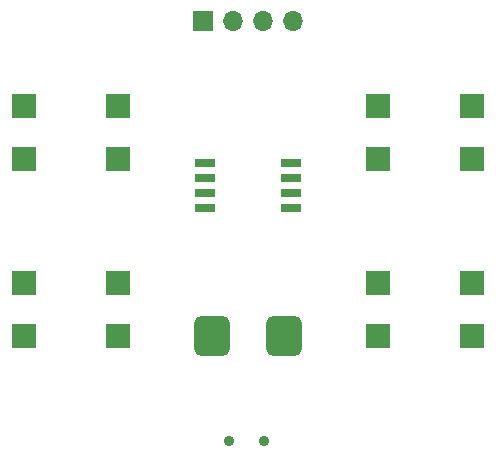
<source format=gbr>
%TF.GenerationSoftware,KiCad,Pcbnew,8.0.3*%
%TF.CreationDate,2024-08-18T16:24:04+10:00*%
%TF.ProjectId,tetris_03,74657472-6973-45f3-9033-2e6b69636164,rev?*%
%TF.SameCoordinates,Original*%
%TF.FileFunction,Soldermask,Top*%
%TF.FilePolarity,Negative*%
%FSLAX46Y46*%
G04 Gerber Fmt 4.6, Leading zero omitted, Abs format (unit mm)*
G04 Created by KiCad (PCBNEW 8.0.3) date 2024-08-18 16:24:04*
%MOMM*%
%LPD*%
G01*
G04 APERTURE LIST*
G04 Aperture macros list*
%AMRoundRect*
0 Rectangle with rounded corners*
0 $1 Rounding radius*
0 $2 $3 $4 $5 $6 $7 $8 $9 X,Y pos of 4 corners*
0 Add a 4 corners polygon primitive as box body*
4,1,4,$2,$3,$4,$5,$6,$7,$8,$9,$2,$3,0*
0 Add four circle primitives for the rounded corners*
1,1,$1+$1,$2,$3*
1,1,$1+$1,$4,$5*
1,1,$1+$1,$6,$7*
1,1,$1+$1,$8,$9*
0 Add four rect primitives between the rounded corners*
20,1,$1+$1,$2,$3,$4,$5,0*
20,1,$1+$1,$4,$5,$6,$7,0*
20,1,$1+$1,$6,$7,$8,$9,0*
20,1,$1+$1,$8,$9,$2,$3,0*%
G04 Aperture macros list end*
%ADD10R,2.000000X2.000000*%
%ADD11R,1.700000X1.700000*%
%ADD12O,1.700000X1.700000*%
%ADD13R,1.700000X0.650000*%
%ADD14RoundRect,0.535713X-0.964287X-1.139287X0.964287X-1.139287X0.964287X1.139287X-0.964287X1.139287X0*%
%ADD15C,0.900000*%
G04 APERTURE END LIST*
D10*
%TO.C,RIGHT*%
X147475000Y-48750000D03*
X139525000Y-48750000D03*
X147475000Y-44250000D03*
X139525000Y-44250000D03*
%TD*%
%TO.C,LEFT*%
X117475000Y-48750000D03*
X109525000Y-48750000D03*
X117475000Y-44250000D03*
X109525000Y-44250000D03*
%TD*%
D11*
%TO.C,OLED*%
X124750000Y-37000000D03*
D12*
X127290000Y-37000000D03*
X129830000Y-37000000D03*
X132370000Y-37000000D03*
%TD*%
D13*
%TO.C,ATTINY85*%
X132150000Y-52905000D03*
X132150000Y-51635000D03*
X132150000Y-50365000D03*
X132150000Y-49095000D03*
X124850000Y-49095000D03*
X124850000Y-50365000D03*
X124850000Y-51635000D03*
X124850000Y-52905000D03*
%TD*%
D10*
%TO.C,ROTATE*%
X139550000Y-59250000D03*
X147500000Y-59250000D03*
X139550000Y-63750000D03*
X147500000Y-63750000D03*
%TD*%
%TO.C,DROP*%
X109550000Y-59250000D03*
X117500000Y-59250000D03*
X109550000Y-63750000D03*
X117500000Y-63750000D03*
%TD*%
D14*
%TO.C,R1*%
X125450000Y-63750000D03*
X131550000Y-63750000D03*
%TD*%
D15*
%TO.C,POWER*%
X126875000Y-72580000D03*
X129875000Y-72580000D03*
%TD*%
M02*

</source>
